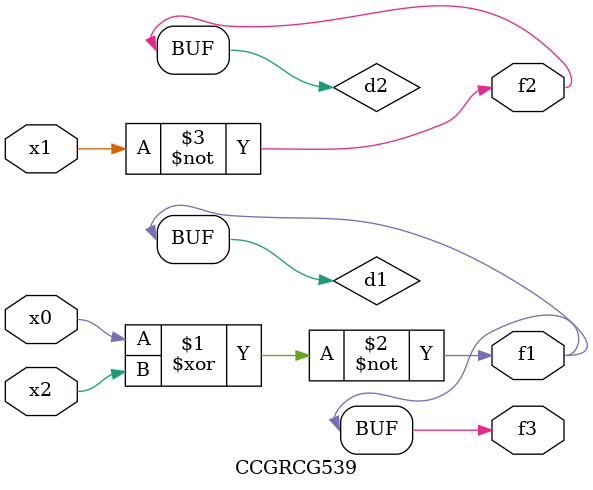
<source format=v>
module CCGRCG539(
	input x0, x1, x2,
	output f1, f2, f3
);

	wire d1, d2, d3;

	xnor (d1, x0, x2);
	nand (d2, x1);
	nor (d3, x1, x2);
	assign f1 = d1;
	assign f2 = d2;
	assign f3 = d1;
endmodule

</source>
